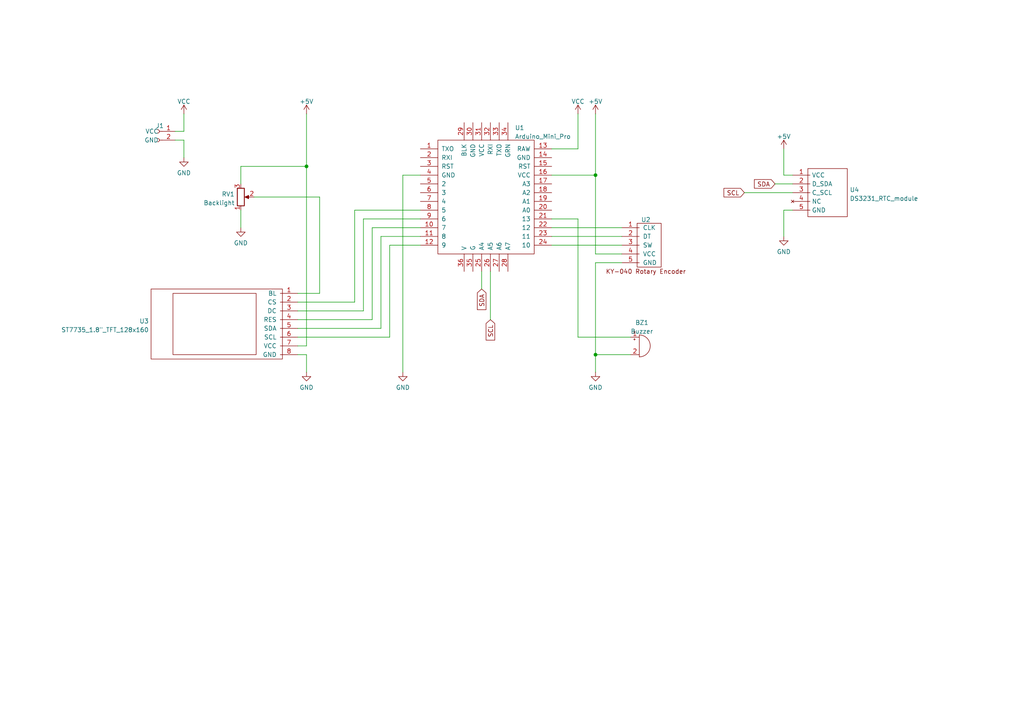
<source format=kicad_sch>
(kicad_sch (version 20211123) (generator eeschema)
  (paper "A4")
  (lib_symbols
    (symbol "Device:Buzzer" (pin_names (offset 0.0254) hide)
      (property "Reference" "BZ" (at 3.81 1.27 0))
      (property "Value" "Buzzer" (at 3.81 -1.27 0))
      (symbol "Buzzer_0_1"
        (arc (start 0 -3.175) (mid 3.175 0) (end 0 3.175))
        (polyline (pts (xy -1.651 1.905) (xy -1.143 1.905)))
        (polyline (pts (xy -1.397 2.159) (xy -1.397 1.651)))
        (polyline (pts (xy 0 3.175) (xy 0 -3.175)))
      )
      (symbol "Buzzer_1_1"
        (pin passive line (at -2.54 2.54 0) (length 2.54) (name "-") (number "1"))
        (pin passive line (at -2.54 -2.54 0) (length 2.54) (name "+") (number "2"))
      )
    )
    (symbol "Device:R_Potentiometer" (pin_names (offset 1.016) hide)
      (property "Reference" "RV" (at -4.445 0 90))
      (property "Value" "R_Potentiometer" (at -2.54 0 90))
      (symbol "R_Potentiometer_0_1"
        (polyline (pts (xy 2.54 0) (xy 1.524 0)))
        (polyline (pts (xy 1.143 0) (xy 2.286 0.508) (xy 2.286 -0.508) (xy 1.143 0)) (fill (type outline)))
        (rectangle (start 1.016 2.54) (end -1.016 -2.54) (stroke (width 0.254)))
      )
      (symbol "R_Potentiometer_1_1"
        (pin passive line (at 0 3.81 270) (length 1.27) (name "1") (number "1"))
        (pin passive line (at 3.81 0 180) (length 1.27) (name "2") (number "2"))
        (pin passive line (at 0 -3.81 90) (length 1.27) (name "3") (number "3"))
      )
    )
    (symbol "My_Arduino:Arduino_Mini_Pro" (pin_names (offset 1.016))
      (property "Reference" "U" (at 6.35 3.81 0))
      (property "Value" "Arduino_Mini_Pro" (at 1.27 7.62 0))
      (symbol "Arduino_Mini_Pro_0_1"
        (rectangle (start 5.08 2.54) (end 33.02 -30.48))
      )
      (symbol "Arduino_Mini_Pro_1_1"
        (pin output line (at 0 0 0) (length 5.08) (name "TXO") (number "1"))
        (pin bidirectional line (at 0 -22.86 0) (length 5.08) (name "7") (number "10"))
        (pin bidirectional line (at 0 -25.4 0) (length 5.08) (name "8") (number "11"))
        (pin bidirectional line (at 0 -27.94 0) (length 5.08) (name "9") (number "12"))
        (pin power_in line (at 38.1 0 180) (length 5.08) (name "RAW") (number "13"))
        (pin power_in line (at 38.1 -2.54 180) (length 5.08) (name "GND") (number "14"))
        (pin input line (at 38.1 -5.08 180) (length 5.08) (name "RST") (number "15"))
        (pin power_out line (at 38.1 -7.62 180) (length 5.08) (name "VCC") (number "16"))
        (pin bidirectional line (at 38.1 -10.16 180) (length 5.08) (name "A3") (number "17"))
        (pin bidirectional line (at 38.1 -12.7 180) (length 5.08) (name "A2") (number "18"))
        (pin bidirectional line (at 38.1 -15.24 180) (length 5.08) (name "A1") (number "19"))
        (pin input line (at 0 -2.54 0) (length 5.08) (name "RXI") (number "2"))
        (pin bidirectional line (at 38.1 -17.78 180) (length 5.08) (name "A0") (number "20"))
        (pin bidirectional line (at 38.1 -20.32 180) (length 5.08) (name "13") (number "21"))
        (pin bidirectional line (at 38.1 -22.86 180) (length 5.08) (name "12") (number "22"))
        (pin bidirectional line (at 38.1 -25.4 180) (length 5.08) (name "11") (number "23"))
        (pin bidirectional line (at 38.1 -27.94 180) (length 5.08) (name "10") (number "24"))
        (pin bidirectional line (at 17.78 -35.56 90) (length 5.08) (name "A4") (number "25"))
        (pin bidirectional line (at 20.32 -35.56 90) (length 5.08) (name "A5") (number "26"))
        (pin bidirectional line (at 22.86 -35.56 90) (length 5.08) (name "A6") (number "27"))
        (pin bidirectional line (at 25.4 -35.56 90) (length 5.08) (name "A7") (number "28"))
        (pin input line (at 12.7 7.62 270) (length 5.08) (name "BLK") (number "29"))
        (pin input line (at 0 -5.08 0) (length 5.08) (name "RST") (number "3"))
        (pin passive line (at 15.24 7.62 270) (length 5.08) (name "GND") (number "30"))
        (pin power_in line (at 17.78 7.62 270) (length 5.08) (name "VCC") (number "31"))
        (pin input line (at 20.32 7.62 270) (length 5.08) (name "RXI") (number "32"))
        (pin output line (at 22.86 7.62 270) (length 5.08) (name "TXO") (number "33"))
        (pin input line (at 25.4 7.62 270) (length 5.08) (name "GRN") (number "34"))
        (pin passive line (at 15.24 -35.56 90) (length 5.08) (name "G") (number "35"))
        (pin power_out line (at 12.7 -35.56 90) (length 5.08) (name "V") (number "36"))
        (pin passive line (at 0 -7.62 0) (length 5.08) (name "GND") (number "4"))
        (pin bidirectional line (at 0 -10.16 0) (length 5.08) (name "2") (number "5"))
        (pin bidirectional line (at 0 -12.7 0) (length 5.08) (name "3") (number "6"))
        (pin bidirectional line (at 0 -15.24 0) (length 5.08) (name "4") (number "7"))
        (pin bidirectional line (at 0 -17.78 0) (length 5.08) (name "5") (number "8"))
        (pin bidirectional line (at 0 -20.32 0) (length 5.08) (name "6") (number "9"))
      )
    )
    (symbol "My_Headers:2-pin_power_input_header" (pin_names (offset 1.016))
      (property "Reference" "J" (at 0 2.54 0))
      (symbol "2-pin_power_input_header_1_1"
        (arc (start 0 -2.032) (mid -0.508 -2.54) (end 0 -3.048) (stroke (width 0.1524)))
        (polyline (pts (xy -1.27 -2.54) (xy -0.508 -2.54)) (stroke (width 0.1524)))
        (polyline (pts (xy -1.27 0) (xy -0.508 0)) (stroke (width 0.1524)))
        (arc (start 0 0.508) (mid -0.508 0) (end 0 -0.508) (stroke (width 0.1524)))
        (pin power_out line (at -5.08 0 0) (length 3.81) (name "VCC") (number "1"))
        (pin power_out line (at -5.08 -2.54 0) (length 3.81) (name "GND") (number "2"))
      )
    )
    (symbol "My_Parts:DS3231_RTC_module"
      (property "Reference" "U" (at 5.715 3.175 0))
      (property "Value" "DS3231_RTC_module" (at 8.89 -13.335 0))
      (symbol "DS3231_RTC_module_0_1"
        (polyline (pts (xy 4.445 1.905) (xy 4.445 -12.065) (xy 15.875 -12.065) (xy 15.875 1.905) (xy 4.445 1.905)) (stroke (width 0.1524)))
      )
      (symbol "DS3231_RTC_module_1_1"
        (pin power_in line (at 0 0 0) (length 5.08) (name "VCC") (number "1"))
        (pin bidirectional line (at 0 -2.54 0) (length 5.08) (name "D_SDA") (number "2"))
        (pin bidirectional line (at 0 -5.08 0) (length 5.08) (name "C_SCL") (number "3"))
        (pin no_connect line (at 0 -7.62 0) (length 5.08) (name "NC") (number "4"))
        (pin power_in line (at 0 -10.16 0) (length 5.08) (name "GND") (number "5"))
      )
    )
    (symbol "My_Parts:KY-040_Rotary_Encoder" (pin_names (offset 1.016))
      (property "Reference" "U" (at 0.635 2.54 0))
      (symbol "KY-040_Rotary_Encoder_0_0"
        (text "KY-040 Rotary Encoder" (at 1.905 -12.7 0) (effects (font (size 1.27 1.27))))
      )
      (symbol "KY-040_Rotary_Encoder_0_1"
        (rectangle (start -0.635 -11.43) (end 6.35 1.27))
      )
      (symbol "KY-040_Rotary_Encoder_1_1"
        (pin output line (at -5.08 0 0) (length 5.08) (name "CLK") (number "1"))
        (pin output line (at -5.08 -2.54 0) (length 5.08) (name "DT") (number "2"))
        (pin output line (at -5.08 -5.08 0) (length 5.08) (name "SW") (number "3"))
        (pin power_in line (at -5.08 -7.62 0) (length 5.08) (name "VCC") (number "4"))
        (pin power_in line (at -5.08 -10.16 0) (length 5.08) (name "GND") (number "5"))
      )
    )
    (symbol "My_Parts:ST7735_1.8{dblquote}_TFT_128x160" (pin_names (offset 1.016))
      (property "Reference" "U" (at 6.35 3.175 0))
      (property "Value" "ST7735_1.8{dblquote}_TFT_128x160" (at 24.13 -20.955 0))
      (symbol "ST7735_1.8{dblquote}_TFT_128x160_0_1"
        (rectangle (start 4.445 1.27) (end 42.545 -19.05))
        (rectangle (start 12.065 0) (end 36.195 -17.78))
      )
      (symbol "ST7735_1.8{dblquote}_TFT_128x160_1_1"
        (pin input line (at 0 0 0) (length 5.08) (name "BL") (number "1"))
        (pin input line (at 0 -2.54 0) (length 5.08) (name "CS") (number "2"))
        (pin input line (at 0 -5.08 0) (length 5.08) (name "DC") (number "3"))
        (pin input line (at 0 -7.62 0) (length 5.08) (name "RES") (number "4"))
        (pin input line (at 0 -10.16 0) (length 5.08) (name "SDA") (number "5"))
        (pin input line (at 0 -12.7 0) (length 5.08) (name "SCL") (number "6"))
        (pin power_in line (at 0 -15.24 0) (length 5.08) (name "VCC") (number "7"))
        (pin power_in line (at 0 -17.78 0) (length 5.08) (name "GND") (number "8"))
      )
    )
    (symbol "power:+5V" (power) (pin_names (offset 0))
      (property "Value" "+5V" (at 0 3.556 0))
      (symbol "+5V_0_1"
        (polyline (pts (xy -0.762 1.27) (xy 0 2.54)))
        (polyline (pts (xy 0 0) (xy 0 2.54)))
        (polyline (pts (xy 0 2.54) (xy 0.762 1.27)))
      )
      (symbol "+5V_1_1"
        (pin power_in line (at 0 0 90) (length 0) hide (name "+5V") (number "1"))
      )
    )
    (symbol "power:GND" (power) (pin_names (offset 0))
      (property "Value" "GND" (at 0 -3.81 0))
      (symbol "GND_0_1"
        (polyline (pts (xy 0 0) (xy 0 -1.27) (xy 1.27 -1.27) (xy 0 -2.54) (xy -1.27 -1.27) (xy 0 -1.27)))
      )
      (symbol "GND_1_1"
        (pin power_in line (at 0 0 270) (length 0) hide (name "GND") (number "1"))
      )
    )
    (symbol "power:VCC" (power) (pin_names (offset 0))
      (property "Value" "VCC" (at 0 3.81 0))
      (symbol "VCC_0_1"
        (polyline (pts (xy -0.762 1.27) (xy 0 2.54)))
        (polyline (pts (xy 0 0) (xy 0 2.54)))
        (polyline (pts (xy 0 2.54) (xy 0.762 1.27)))
      )
      (symbol "VCC_1_1"
        (pin power_in line (at 0 0 90) (length 0) hide (name "VCC") (number "1"))
      )
    )
  )
  (junction (at 172.72 50.8))
  (junction (at 172.72 102.87))
  (junction (at 88.9 48.26))
  (wire (pts (xy 53.34 40.64) (xy 53.34 45.72)))
  (wire (pts (xy 50.8 38.1) (xy 53.34 38.1)))
  (wire (pts (xy 107.95 66.04) (xy 121.92 66.04)))
  (wire (pts (xy 86.36 87.63) (xy 102.87 87.63)))
  (wire (pts (xy 69.85 48.26) (xy 88.9 48.26)))
  (wire (pts (xy 167.64 33.02) (xy 167.64 43.18)))
  (wire (pts (xy 172.72 76.2) (xy 172.72 102.87)))
  (wire (pts (xy 215.9 55.88) (xy 229.87 55.88)))
  (wire (pts (xy 180.34 76.2) (xy 172.72 76.2)))
  (wire (pts (xy 167.64 63.5) (xy 160.02 63.5)))
  (wire (pts (xy 227.33 50.8) (xy 227.33 43.18)))
  (wire (pts (xy 73.66 57.15) (xy 92.71 57.15)))
  (wire (pts (xy 160.02 66.04) (xy 180.34 66.04)))
  (wire (pts (xy 160.02 71.12) (xy 180.34 71.12)))
  (wire (pts (xy 172.72 102.87) (xy 172.72 107.95)))
  (wire (pts (xy 105.41 90.17) (xy 105.41 63.5)))
  (wire (pts (xy 172.72 33.02) (xy 172.72 50.8)))
  (wire (pts (xy 229.87 50.8) (xy 227.33 50.8)))
  (wire (pts (xy 107.95 92.71) (xy 107.95 66.04)))
  (wire (pts (xy 180.34 73.66) (xy 172.72 73.66)))
  (wire (pts (xy 86.36 90.17) (xy 105.41 90.17)))
  (wire (pts (xy 69.85 60.96) (xy 69.85 66.04)))
  (wire (pts (xy 110.49 68.58) (xy 121.92 68.58)))
  (wire (pts (xy 110.49 95.25) (xy 110.49 68.58)))
  (wire (pts (xy 88.9 48.26) (xy 88.9 33.02)))
  (wire (pts (xy 53.34 38.1) (xy 53.34 33.02)))
  (wire (pts (xy 88.9 102.87) (xy 88.9 107.95)))
  (wire (pts (xy 86.36 102.87) (xy 88.9 102.87)))
  (wire (pts (xy 227.33 68.58) (xy 227.33 60.96)))
  (wire (pts (xy 113.03 71.12) (xy 121.92 71.12)))
  (wire (pts (xy 139.7 78.74) (xy 139.7 83.82)))
  (wire (pts (xy 102.87 87.63) (xy 102.87 60.96)))
  (wire (pts (xy 113.03 97.79) (xy 113.03 71.12)))
  (wire (pts (xy 88.9 100.33) (xy 88.9 48.26)))
  (wire (pts (xy 182.88 102.87) (xy 172.72 102.87)))
  (wire (pts (xy 160.02 68.58) (xy 180.34 68.58)))
  (wire (pts (xy 86.36 100.33) (xy 88.9 100.33)))
  (wire (pts (xy 172.72 50.8) (xy 172.72 73.66)))
  (wire (pts (xy 160.02 50.8) (xy 172.72 50.8)))
  (wire (pts (xy 160.02 43.18) (xy 167.64 43.18)))
  (wire (pts (xy 69.85 53.34) (xy 69.85 48.26)))
  (wire (pts (xy 86.36 85.09) (xy 92.71 85.09)))
  (wire (pts (xy 102.87 60.96) (xy 121.92 60.96)))
  (wire (pts (xy 182.88 97.79) (xy 167.64 97.79)))
  (wire (pts (xy 227.33 60.96) (xy 229.87 60.96)))
  (wire (pts (xy 86.36 92.71) (xy 107.95 92.71)))
  (wire (pts (xy 224.79 53.34) (xy 229.87 53.34)))
  (wire (pts (xy 116.84 50.8) (xy 116.84 107.95)))
  (wire (pts (xy 86.36 97.79) (xy 113.03 97.79)))
  (wire (pts (xy 167.64 97.79) (xy 167.64 63.5)))
  (wire (pts (xy 142.24 78.74) (xy 142.24 92.71)))
  (wire (pts (xy 121.92 50.8) (xy 116.84 50.8)))
  (wire (pts (xy 86.36 95.25) (xy 110.49 95.25)))
  (wire (pts (xy 50.8 40.64) (xy 53.34 40.64)))
  (wire (pts (xy 105.41 63.5) (xy 121.92 63.5)))
  (wire (pts (xy 92.71 85.09) (xy 92.71 57.15)))
  (global_label "SDA" (shape input) (at 139.7 83.82 270) (property "Intersheet References" "${INTERSHEET_REFS}" (effects hide)))
  (global_label "SCL" (shape input) (at 142.24 92.71 270) (property "Intersheet References" "${INTERSHEET_REFS}" (effects hide)))
  (global_label "SCL" (shape input) (at 215.9 55.88 180) (property "Intersheet References" "${INTERSHEET_REFS}" (effects hide)))
  (global_label "SDA" (shape input) (at 224.79 53.34 180) (property "Intersheet References" "${INTERSHEET_REFS}" (effects hide)))
  (symbol (lib_id "My_Arduino:Arduino_Mini_Pro") (at 121.92 43.18 0) (unit 1)
    (property "Reference" "U1" (at 149.3394 37.0672 0) (effects (justify left)))
    (property "Value" "Arduino_Mini_Pro" (at 149.3394 39.6041 0) (effects (justify left)))
    (property "Footprint" "My_Arduino:Arduino_Pro_Mini_vC_larger_pads" (effects hide))
  )
  (symbol (lib_id "My_Parts:ST7735_1.8{dblquote}_TFT_128x160") (at 86.36 85.09 0) (mirror y) (unit 1)
    (property "Reference" "U3" (at 43.18 93.1453 0) (effects (justify left)))
    (property "Value" "ST7735_1.8\"_TFT_128x160" (at 43.18 95.6822 0) (effects (justify left)))
    (property "Footprint" "My_Parts:ST7735_1.8_TFT_display_128x160_large" (effects hide))
  )
  (symbol (lib_id "Device:R_Potentiometer") (at 69.85 57.15 0) (mirror x) (unit 1)
    (property "Reference" "RV1" (at 68.0721 56.3153 0) (effects (justify right)))
    (property "Value" "Backlight" (at 68.0721 58.8522 0) (effects (justify right)))
    (property "Footprint" "My_Misc:Potentiometer_Bourns_3339P_Vertical_large" (effects hide))
  )
  (symbol (lib_id "power:VCC") (at 167.64 33.02 0) (unit 1)
    (property "Reference" "#PWR0105" (effects hide))
    (property "Value" "VCC" (at 167.64 29.4442 0))
  )
  (symbol (lib_id "My_Parts:KY-040_Rotary_Encoder") (at 185.42 66.04 0) (unit 1)
    (property "Reference" "U2" (at 187.3251 63.7342 0))
    (property "Value" "KY-040_Rotary_Encoder" (effects hide))
    (property "Footprint" "My_Parts:KY-040_rotary_encoder module_w_header_large" (effects hide))
  )
  (symbol (lib_id "power:VCC") (at 53.34 33.02 0) (unit 1)
    (property "Reference" "#PWR0107" (effects hide))
    (property "Value" "VCC" (at 53.34 29.4442 0))
  )
  (symbol (lib_id "power:+5V") (at 172.72 33.02 0) (unit 1)
    (property "Reference" "#PWR0106" (effects hide))
    (property "Value" "+5V" (at 172.72 29.4442 0))
  )
  (symbol (lib_id "Device:Buzzer") (at 185.42 100.33 0) (unit 1)
    (property "Reference" "BZ1" (at 186.182 93.5822 0))
    (property "Value" "Buzzer" (at 186.182 96.1191 0))
    (property "Footprint" "My_Misc:Buzzer_TDK_PS1240P02BT_D12.2mm_H6.5mm_large" (effects hide))
  )
  (symbol (lib_id "power:GND") (at 53.34 45.72 0) (unit 1)
    (property "Reference" "#PWR0108" (effects hide))
    (property "Value" "GND" (at 53.34 50.1634 0))
  )
  (symbol (lib_id "power:GND") (at 88.9 107.95 0) (mirror y) (unit 1)
    (property "Reference" "#PWR0103" (effects hide))
    (property "Value" "GND" (at 88.9 112.3934 0))
  )
  (symbol (lib_id "power:GND") (at 116.84 107.95 0) (unit 1)
    (property "Reference" "#PWR0109" (effects hide))
    (property "Value" "GND" (at 116.84 112.3934 0))
  )
  (symbol (lib_id "power:GND") (at 227.33 68.58 0) (unit 1)
    (property "Reference" "#PWR0102" (effects hide))
    (property "Value" "GND" (at 227.33 73.0234 0))
  )
  (symbol (lib_id "My_Headers:2-pin_power_input_header") (at 45.72 38.1 0) (mirror y) (unit 1)
    (property "Reference" "J1" (at 46.355 36.48 0))
    (property "Value" "2-pin_power_input_header" (effects hide))
    (property "Footprint" "My_Headers:2-pin_power_input_header_larger_pads" (effects hide))
  )
  (symbol (lib_id "power:+5V") (at 88.9 33.02 0) (mirror y) (unit 1)
    (property "Reference" "#PWR0101" (effects hide))
    (property "Value" "+5V" (at 88.9 29.4442 0))
  )
  (symbol (lib_id "power:GND") (at 172.72 107.95 0) (mirror y) (unit 1)
    (property "Reference" "#PWR0110" (effects hide))
    (property "Value" "GND" (at 172.72 112.3934 0))
  )
  (symbol (lib_id "power:GND") (at 69.85 66.04 0) (unit 1)
    (property "Reference" "#PWR0111" (effects hide))
    (property "Value" "GND" (at 69.85 70.4834 0))
  )
  (symbol (lib_id "power:+5V") (at 227.33 43.18 0) (unit 1)
    (property "Reference" "#PWR0104" (effects hide))
    (property "Value" "+5V" (at 227.33 39.6042 0))
  )
  (symbol (lib_id "My_Parts:DS3231_RTC_module") (at 229.87 50.8 0) (unit 1)
    (property "Reference" "U4" (at 246.4562 55.0453 0) (effects (justify left)))
    (property "Value" "DS3231_RTC_module" (at 246.4562 57.5822 0) (effects (justify left)))
    (property "Footprint" "My_Parts:DS3231_RTC_module_large" (effects hide))
  )
)
</source>
